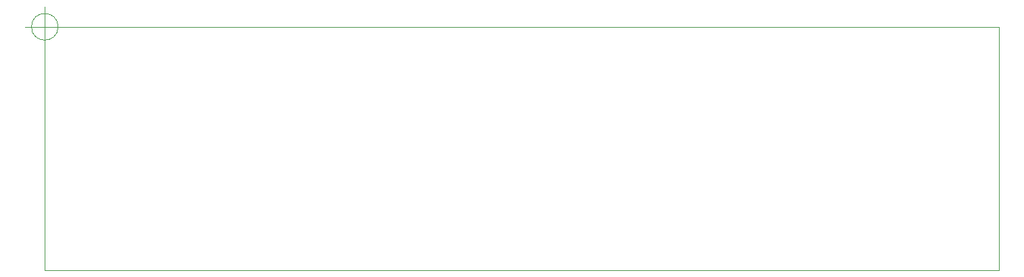
<source format=gbr>
G04 #@! TF.GenerationSoftware,KiCad,Pcbnew,5.0.2-5.fc29*
G04 #@! TF.CreationDate,2022-02-16T01:10:22+01:00*
G04 #@! TF.ProjectId,zynthian_zynaptik,7a796e74-6869-4616-9e5f-7a796e617074,1.0*
G04 #@! TF.SameCoordinates,Original*
G04 #@! TF.FileFunction,Profile,NP*
%FSLAX46Y46*%
G04 Gerber Fmt 4.6, Leading zero omitted, Abs format (unit mm)*
G04 Created by KiCad (PCBNEW 5.0.2-5.fc29) date mié 16 feb 2022 01:10:22 CET*
%MOMM*%
%LPD*%
G01*
G04 APERTURE LIST*
%ADD10C,0.100000*%
G04 APERTURE END LIST*
D10*
X59451666Y-100965000D02*
G75*
G03X59451666Y-100965000I-1666666J0D01*
G01*
X55285000Y-100965000D02*
X60285000Y-100965000D01*
X57785000Y-98465000D02*
X57785000Y-103465000D01*
X57785000Y-100965000D02*
X177165000Y-100965000D01*
X57785000Y-131445000D02*
X57785000Y-100965000D01*
X177165000Y-131445000D02*
X57785000Y-131445000D01*
X177165000Y-100965000D02*
X177165000Y-131445000D01*
M02*

</source>
